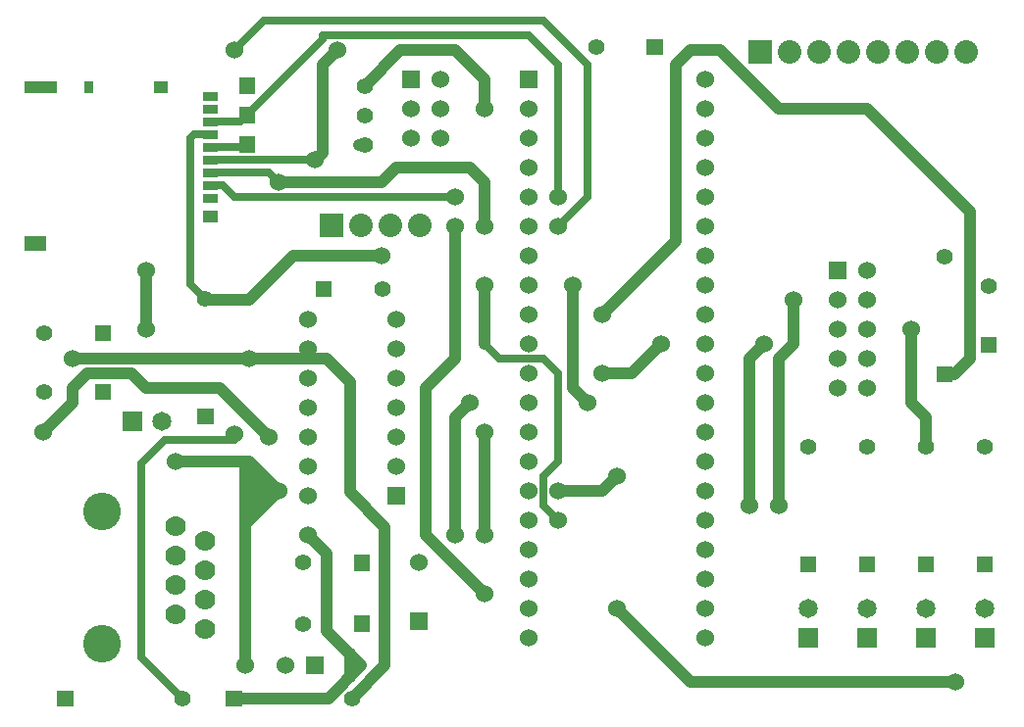
<source format=gbr>
G04 start of page 2 for group 0 idx 0 *
G04 Title: (unknown), component *
G04 Creator: pcb 20100929 *
G04 CreationDate: Thu 24 Nov 2011 04:56:09 PM GMT UTC *
G04 For: andy *
G04 Format: Gerber/RS-274X *
G04 PCB-Dimensions: 346457 244094 *
G04 PCB-Coordinate-Origin: lower left *
%MOIN*%
%FSLAX25Y25*%
%LNFRONT*%
%ADD11C,0.0400*%
%ADD12C,0.0250*%
%ADD13C,0.0200*%
%ADD14C,0.0550*%
%ADD15C,0.0800*%
%ADD16C,0.0600*%
%ADD17C,0.0700*%
%ADD18C,0.1280*%
%ADD19C,0.0650*%
%ADD20R,0.0276X0.0276*%
%ADD21R,0.0394X0.0394*%
%ADD22R,0.0315X0.0315*%
%ADD23R,0.0512X0.0512*%
%ADD24C,0.0300*%
%ADD25C,0.0150*%
%ADD26C,0.0380*%
%ADD27C,0.0430*%
%ADD28C,0.0280*%
%ADD29C,0.0350*%
G54D11*X20000Y109094D02*X10000Y99094D01*
X30000Y112519D02*X30236Y112755D01*
X20000Y114094D02*Y109094D01*
X25000Y119094D02*X20000Y114094D01*
X40000Y119094D02*X25000D01*
X45000Y114094D02*X40000Y119094D01*
X45000Y154094D02*Y134094D01*
X125000Y184094D02*X130000Y189094D01*
X105000Y224094D02*Y194214D01*
X119252Y196889D02*X117205D01*
G54D12*X105000Y234094D02*Y232637D01*
G54D11*X131457Y229094D02*X119252Y216889D01*
X110000Y229094D02*X105000Y224094D01*
G54D12*X102440Y191654D03*
X66771D02*X102440D01*
X75000Y179094D02*X150000D01*
X86771Y187323D02*X90000Y184094D01*
G54D11*X105000Y194214D02*X102440Y191654D01*
X90000Y184094D02*X125000D01*
G54D12*X180000Y239094D02*X85000D01*
X75000Y229094D01*
X77009Y204646D02*X105000Y232637D01*
X60000Y149565D02*X65117Y144448D01*
G54D11*X125000Y159094D02*X95000D01*
X80000Y144094D01*
G54D12*X71102Y182992D02*X75000Y179094D01*
X66771Y182992D02*X71102D01*
X66771Y187323D02*X86771D01*
X66771Y204646D02*X77009D01*
X66771Y195985D02*X78348D01*
X79252Y196889D01*
X66771Y200315D02*X61221D01*
X60000Y199094D01*
Y149565D01*
G54D11*X55000Y89094D02*X80000D01*
X70000Y114094D02*X45000D01*
G54D12*X43307Y88582D02*X51181Y96456D01*
X74803D01*
G54D11*X80000Y144094D02*X65471D01*
X65117Y144448D01*
X80000Y89094D02*X90000Y79094D01*
X78740Y86614D02*X82677Y82677D01*
G54D12*X74803Y96456D02*Y98425D01*
G54D11*X20000Y124094D02*X106220D01*
X114173Y116141D01*
Y104330D01*
X250000Y124094D02*X255000Y129094D01*
X265000D02*Y144094D01*
X260000Y74094D02*Y124094D01*
X250000Y74094D02*Y124094D01*
X260000D02*X265000Y129094D01*
X230000Y14094D02*X320000D01*
X205000Y39094D02*X230000Y14094D01*
X200000Y119094D02*X210000D01*
X220000Y129094D01*
X205000Y84094D02*X200000Y79094D01*
X225000Y164094D02*X200000Y139094D01*
Y79094D02*X185000D01*
G54D12*X180000Y74094D02*X185000Y69094D01*
X180000Y84094D02*Y74094D01*
G54D11*X190000Y114094D02*X195000Y109094D01*
X190000Y149094D02*Y114094D01*
G54D12*X180000Y124094D02*X185000Y119094D01*
Y89094D01*
X180000Y84094D01*
X185000Y169094D02*X195000Y179094D01*
G54D11*X253032Y229094D02*X253780Y228346D01*
X240000Y229094D02*X230000D01*
X225000Y224094D01*
Y164094D01*
G54D12*X195000Y179094D02*Y224094D01*
X180000Y239094D01*
G54D11*X330945Y149094D02*X331299Y148740D01*
X305000Y134094D02*Y109094D01*
X310000Y104094D01*
X316299Y118740D02*X319646D01*
X325000Y124094D01*
Y174094D01*
X310000Y104094D02*Y94094D01*
X325000Y174094D02*X290000Y209094D01*
X260000D01*
X240000Y229094D01*
X86575Y97519D02*X70000Y114094D01*
X160000Y209094D02*Y219094D01*
Y184094D02*Y169094D01*
X150000D02*Y124094D01*
X160000Y149094D02*Y129094D01*
X130000Y189094D02*X155000D01*
X160000Y184094D01*
G54D12*X185000Y179094D02*Y224094D01*
X175000Y234094D01*
X160000Y129094D02*X165000Y124094D01*
X180000D01*
G54D11*X160000Y219094D02*X150000Y229094D01*
X131457D01*
G54D12*X175000Y234094D02*X105000D01*
G54D11*X119094Y34645D02*X118346Y33897D01*
X140000Y114094D02*Y64094D01*
X150000Y124094D02*X140000Y114094D01*
X150000Y104094D02*Y64094D01*
X160000Y99094D02*Y64094D01*
X155000Y109094D02*X150000Y104094D01*
X114173Y78740D02*Y106299D01*
X140000Y64094D02*X160000Y44094D01*
X125984Y19685D02*Y66929D01*
X106299Y57795D02*X100000Y64094D01*
X118110Y19685D02*X106299Y31496D01*
Y57795D01*
X90000Y79094D02*X78740Y67834D01*
Y66929D02*Y86614D01*
Y70866D02*X86614Y78740D01*
X78740Y86614D01*
X82677Y82677D02*Y74803D01*
X125984Y66929D02*X114173Y78740D01*
X74803Y8511D02*X106936D01*
X78740Y67834D02*Y19685D01*
X114803Y8511D02*X125977Y19685D01*
X125984D01*
X106936Y8511D02*X118110Y19685D01*
X114173Y15748D02*Y23622D01*
G54D12*X57441Y8432D02*X43307Y22566D01*
Y88582D01*
G54D13*G36*
X76502Y199639D02*Y194139D01*
X82002D01*
Y199639D01*
X76502D01*
G37*
G54D14*X119252Y196889D03*
G54D13*G36*
X104110Y173291D02*Y165291D01*
X112110D01*
Y173291D01*
X104110D01*
G37*
G54D15*X118110Y169291D03*
X128110D03*
X138110D03*
G54D13*G36*
X76502Y209639D02*Y204139D01*
X82002D01*
Y209639D01*
X76502D01*
G37*
G54D14*X119252Y206889D03*
G54D16*X135000Y209094D03*
X145000D03*
X135000Y199094D03*
X145000D03*
G54D13*G36*
X76502Y219639D02*Y214139D01*
X82002D01*
Y219639D01*
X76502D01*
G37*
G54D14*X119252Y216889D03*
G54D13*G36*
X132000Y222094D02*Y216094D01*
X138000D01*
Y222094D01*
X132000D01*
G37*
G54D16*X145000Y219094D03*
G54D17*X55118Y67243D03*
X65118Y62243D03*
X55118Y57243D03*
G54D18*X30118Y72243D03*
G54D13*G36*
X27486Y135505D02*Y130005D01*
X32986D01*
Y135505D01*
X27486D01*
G37*
G54D14*X10236Y132755D03*
G54D13*G36*
X27486Y115505D02*Y110005D01*
X32986D01*
Y115505D01*
X27486D01*
G37*
G54D14*X10236Y112755D03*
G54D18*X30118Y27243D03*
G54D13*G36*
X14691Y11182D02*Y5682D01*
X20191D01*
Y11182D01*
X14691D01*
G37*
G54D14*X57441Y8432D03*
G54D13*G36*
X36986Y106005D02*Y99505D01*
X43486D01*
Y106005D01*
X36986D01*
G37*
G54D19*X50236Y102755D03*
G54D13*G36*
X62367Y107198D02*Y101698D01*
X67867D01*
Y107198D01*
X62367D01*
G37*
G54D14*X65117Y144448D03*
G54D13*G36*
X134636Y37645D02*Y31645D01*
X140636D01*
Y37645D01*
X134636D01*
G37*
G54D16*X137636Y54645D03*
G54D13*G36*
X115596Y36647D02*Y31147D01*
X121096D01*
Y36647D01*
X115596D01*
G37*
G54D17*X65118Y52243D03*
X55118Y47243D03*
X65118Y42243D03*
X55118Y37243D03*
X65118Y32243D03*
G54D14*X98346Y33897D03*
G54D13*G36*
X115596Y57395D02*Y51895D01*
X121096D01*
Y57395D01*
X115596D01*
G37*
G54D14*X98346Y54645D03*
G54D13*G36*
X126842Y80519D02*Y74519D01*
X132842D01*
Y80519D01*
X126842D01*
G37*
G54D16*X99842Y77519D03*
G54D13*G36*
X99362Y22685D02*Y16685D01*
X105362D01*
Y22685D01*
X99362D01*
G37*
G54D14*X114803Y8511D03*
G54D16*X92362Y19685D03*
G54D13*G36*
X72053Y11261D02*Y5761D01*
X77553D01*
Y11261D01*
X72053D01*
G37*
G54D16*X129842Y87519D03*
Y97519D03*
Y107519D03*
Y117519D03*
Y127519D03*
Y137519D03*
X99842D03*
Y127519D03*
G54D13*G36*
X102486Y150505D02*Y145005D01*
X107986D01*
Y150505D01*
X102486D01*
G37*
G54D14*X125236Y147755D03*
G54D16*X99842Y117519D03*
Y107519D03*
Y97519D03*
Y87519D03*
G54D14*X270000Y94094D03*
G54D13*G36*
X277000Y157094D02*Y151094D01*
X283000D01*
Y157094D01*
X277000D01*
G37*
G54D16*X290000Y154094D03*
X280000Y144094D03*
Y134094D03*
Y124094D03*
Y114094D03*
X290000Y144094D03*
Y134094D03*
Y124094D03*
Y114094D03*
G54D13*G36*
X286750Y32344D02*Y25844D01*
X293250D01*
Y32344D01*
X286750D01*
G37*
G54D19*X290000Y39094D03*
G54D13*G36*
X287250Y56844D02*Y51344D01*
X292750D01*
Y56844D01*
X287250D01*
G37*
G36*
X327250D02*Y51344D01*
X332750D01*
Y56844D01*
X327250D01*
G37*
G36*
X326750Y32344D02*Y25844D01*
X333250D01*
Y32344D01*
X326750D01*
G37*
G54D19*X330000Y39094D03*
G54D13*G36*
X328549Y131490D02*Y125990D01*
X334049D01*
Y131490D01*
X328549D01*
G37*
G54D14*X331299Y148740D03*
X330000Y94094D03*
X310000D03*
X290000D03*
G54D13*G36*
X307250Y56844D02*Y51344D01*
X312750D01*
Y56844D01*
X307250D01*
G37*
G36*
X313549Y121490D02*Y115990D01*
X319049D01*
Y121490D01*
X313549D01*
G37*
G54D14*X316299Y158740D03*
G54D13*G36*
X306750Y32344D02*Y25844D01*
X313250D01*
Y32344D01*
X306750D01*
G37*
G54D19*X310000Y39094D03*
G54D13*G36*
X266750Y32344D02*Y25844D01*
X273250D01*
Y32344D01*
X266750D01*
G37*
G54D19*X270000Y39094D03*
G54D13*G36*
X267250Y56844D02*Y51344D01*
X272750D01*
Y56844D01*
X267250D01*
G37*
G54D16*X235000Y29094D03*
Y39094D03*
Y49094D03*
Y59094D03*
Y69094D03*
G54D13*G36*
X249780Y232346D02*Y224346D01*
X257780D01*
Y232346D01*
X249780D01*
G37*
G54D15*X263780Y228346D03*
X273780D03*
X283780D03*
X293780D03*
X303780D03*
X313780D03*
X323780D03*
G54D13*G36*
X215124Y232907D02*Y227407D01*
X220624D01*
Y232907D01*
X215124D01*
G37*
G54D14*X197874Y230157D03*
G54D13*G36*
X172000Y222094D02*Y216094D01*
X178000D01*
Y222094D01*
X172000D01*
G37*
G54D16*X175000Y209094D03*
Y199094D03*
Y189094D03*
Y179094D03*
Y169094D03*
Y159094D03*
Y149094D03*
Y139094D03*
Y129094D03*
Y119094D03*
Y109094D03*
Y99094D03*
Y89094D03*
Y79094D03*
Y69094D03*
Y59094D03*
Y49094D03*
Y39094D03*
Y29094D03*
X235000Y79094D03*
Y89094D03*
Y99094D03*
Y109094D03*
Y119094D03*
Y129094D03*
Y139094D03*
Y149094D03*
Y159094D03*
Y169094D03*
Y179094D03*
Y189094D03*
Y199094D03*
Y209094D03*
Y219094D03*
X205000Y39094D03*
X150000Y64094D03*
X160000D03*
Y44094D03*
X250000Y74094D03*
X205000Y84094D03*
X185000Y79094D03*
X90000D03*
X55000Y89094D03*
X10000Y99094D03*
X86575Y97519D03*
X74803Y98425D03*
X185000Y69094D03*
X78740Y19685D03*
X100000Y64094D03*
X320000Y14094D03*
X305000Y134094D03*
X260000Y74094D03*
X255000Y129094D03*
X80000Y124094D03*
X20000D03*
X220000Y129094D03*
X110000Y229094D03*
X102440Y191654D03*
X75000Y229094D03*
X90000Y184094D03*
X125000Y159094D03*
X45000Y134094D03*
Y154094D03*
X185000Y169094D03*
Y179094D03*
X265000Y144094D03*
X160000Y99094D03*
X155000Y109094D03*
X160000Y209094D03*
X200000Y139094D03*
Y119094D03*
X195000Y109094D03*
X150000Y179094D03*
X160000Y149094D03*
X150000Y169094D03*
X160000D03*
X190000Y149094D03*
G54D20*X65787Y191654D02*X67756D01*
X65787Y195985D02*X67756D01*
X65787Y200315D02*X67756D01*
X65787Y204646D02*X67756D01*
X65787Y178662D02*X67756D01*
X65787Y182992D02*X67756D01*
X65787Y187323D02*X67756D01*
G54D21*X66378Y172560D02*X67166D01*
G54D20*X65787Y208977D02*X67756D01*
X65787Y213308D02*X67756D01*
G54D22*X25433Y216850D02*Y216064D01*
G54D21*X5551Y216456D02*X12639D01*
G54D23*X6140Y163307D02*X8503D01*
G54D21*X49449Y216457D02*X50237D01*
G54D24*G54D25*G54D24*G54D26*G54D24*G54D26*G54D24*G54D18*G54D24*G54D18*G54D24*G54D27*G54D24*G54D28*G54D24*G54D28*G54D26*G54D24*G54D26*G54D24*G54D28*G54D24*G54D28*G54D24*G54D26*G54D27*G54D24*G54D27*G54D24*G54D27*G54D24*G54D28*G54D25*G54D24*G54D28*G54D29*M02*

</source>
